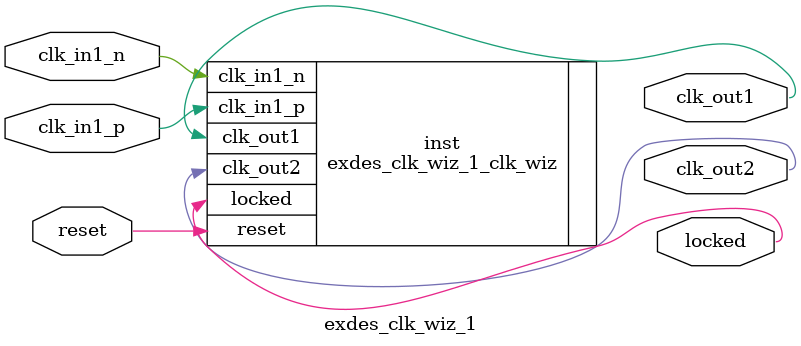
<source format=v>


`timescale 1ps/1ps

(* CORE_GENERATION_INFO = "exdes_clk_wiz_1,clk_wiz_v6_0_6_0_0,{component_name=exdes_clk_wiz_1,use_phase_alignment=true,use_min_o_jitter=false,use_max_i_jitter=false,use_dyn_phase_shift=false,use_inclk_switchover=false,use_dyn_reconfig=false,enable_axi=0,feedback_source=FDBK_AUTO,PRIMITIVE=MMCM,num_out_clk=2,clkin1_period=5.000,clkin2_period=10.0,use_power_down=false,use_reset=true,use_locked=true,use_inclk_stopped=false,feedback_type=SINGLE,CLOCK_MGR_TYPE=NA,manual_override=false}" *)

module exdes_clk_wiz_1 
 (
  // Clock out ports
  output        clk_out1,
  output        clk_out2,
  // Status and control signals
  input         reset,
  output        locked,
 // Clock in ports
  input         clk_in1_p,
  input         clk_in1_n
 );

  exdes_clk_wiz_1_clk_wiz inst
  (
  // Clock out ports  
  .clk_out1(clk_out1),
  .clk_out2(clk_out2),
  // Status and control signals               
  .reset(reset), 
  .locked(locked),
 // Clock in ports
  .clk_in1_p(clk_in1_p),
  .clk_in1_n(clk_in1_n)
  );

endmodule

</source>
